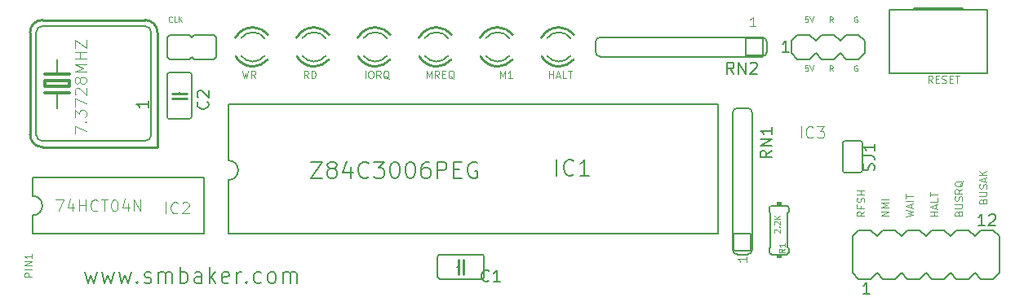
<source format=gbr>
G04 #@! TF.GenerationSoftware,KiCad,Pcbnew,5.1.2*
G04 #@! TF.CreationDate,2020-10-20T13:32:52+02:00*
G04 #@! TF.ProjectId,eaa651fdd346d6544176813de3c28a36,65616136-3531-4666-9464-333436643635,rev?*
G04 #@! TF.SameCoordinates,Original*
G04 #@! TF.FileFunction,Legend,Top*
G04 #@! TF.FilePolarity,Positive*
%FSLAX46Y46*%
G04 Gerber Fmt 4.6, Leading zero omitted, Abs format (unit mm)*
G04 Created by KiCad (PCBNEW 5.1.2) date 2020-10-20 13:32:52*
%MOMM*%
%LPD*%
G04 APERTURE LIST*
%ADD10C,0.065024*%
%ADD11C,0.142240*%
%ADD12C,0.048768*%
%ADD13C,0.152400*%
%ADD14C,0.100000*%
%ADD15C,0.304800*%
%ADD16C,0.254000*%
%ADD17C,0.127000*%
%ADD18C,0.135128*%
%ADD19C,0.057912*%
%ADD20C,0.120650*%
%ADD21C,0.101600*%
%ADD22C,0.118872*%
G04 APERTURE END LIST*
D10*
X197119865Y-108325100D02*
X197156635Y-108214791D01*
X197193404Y-108178022D01*
X197266943Y-108141252D01*
X197377252Y-108141252D01*
X197450791Y-108178022D01*
X197487560Y-108214791D01*
X197524330Y-108288330D01*
X197524330Y-108582486D01*
X196752170Y-108582486D01*
X196752170Y-108325100D01*
X196788940Y-108251561D01*
X196825709Y-108214791D01*
X196899248Y-108178022D01*
X196972787Y-108178022D01*
X197046326Y-108214791D01*
X197083096Y-108251561D01*
X197119865Y-108325100D01*
X197119865Y-108582486D01*
X196752170Y-107810326D02*
X197377252Y-107810326D01*
X197450791Y-107773557D01*
X197487560Y-107736787D01*
X197524330Y-107663248D01*
X197524330Y-107516170D01*
X197487560Y-107442631D01*
X197450791Y-107405862D01*
X197377252Y-107369092D01*
X196752170Y-107369092D01*
X197487560Y-107038166D02*
X197524330Y-106927858D01*
X197524330Y-106744010D01*
X197487560Y-106670471D01*
X197450791Y-106633702D01*
X197377252Y-106596932D01*
X197303713Y-106596932D01*
X197230174Y-106633702D01*
X197193404Y-106670471D01*
X197156635Y-106744010D01*
X197119865Y-106891088D01*
X197083096Y-106964627D01*
X197046326Y-107001397D01*
X196972787Y-107038166D01*
X196899248Y-107038166D01*
X196825709Y-107001397D01*
X196788940Y-106964627D01*
X196752170Y-106891088D01*
X196752170Y-106707241D01*
X196788940Y-106596932D01*
X197303713Y-106302776D02*
X197303713Y-105935081D01*
X197524330Y-106376315D02*
X196752170Y-106118928D01*
X197524330Y-105861542D01*
X197524330Y-105604155D02*
X196752170Y-105604155D01*
X197524330Y-105162921D02*
X197083096Y-105493846D01*
X196752170Y-105162921D02*
X197193404Y-105604155D01*
X194579865Y-109595100D02*
X194616635Y-109484791D01*
X194653404Y-109448022D01*
X194726943Y-109411252D01*
X194837252Y-109411252D01*
X194910791Y-109448022D01*
X194947560Y-109484791D01*
X194984330Y-109558330D01*
X194984330Y-109852486D01*
X194212170Y-109852486D01*
X194212170Y-109595100D01*
X194248940Y-109521561D01*
X194285709Y-109484791D01*
X194359248Y-109448022D01*
X194432787Y-109448022D01*
X194506326Y-109484791D01*
X194543096Y-109521561D01*
X194579865Y-109595100D01*
X194579865Y-109852486D01*
X194212170Y-109080326D02*
X194837252Y-109080326D01*
X194910791Y-109043557D01*
X194947560Y-109006787D01*
X194984330Y-108933248D01*
X194984330Y-108786170D01*
X194947560Y-108712631D01*
X194910791Y-108675862D01*
X194837252Y-108639092D01*
X194212170Y-108639092D01*
X194947560Y-108308166D02*
X194984330Y-108197858D01*
X194984330Y-108014010D01*
X194947560Y-107940471D01*
X194910791Y-107903702D01*
X194837252Y-107866932D01*
X194763713Y-107866932D01*
X194690174Y-107903702D01*
X194653404Y-107940471D01*
X194616635Y-108014010D01*
X194579865Y-108161088D01*
X194543096Y-108234627D01*
X194506326Y-108271397D01*
X194432787Y-108308166D01*
X194359248Y-108308166D01*
X194285709Y-108271397D01*
X194248940Y-108234627D01*
X194212170Y-108161088D01*
X194212170Y-107977241D01*
X194248940Y-107866932D01*
X194984330Y-107094772D02*
X194616635Y-107352159D01*
X194984330Y-107536006D02*
X194212170Y-107536006D01*
X194212170Y-107241850D01*
X194248940Y-107168311D01*
X194285709Y-107131542D01*
X194359248Y-107094772D01*
X194469557Y-107094772D01*
X194543096Y-107131542D01*
X194579865Y-107168311D01*
X194616635Y-107241850D01*
X194616635Y-107536006D01*
X195057869Y-106249073D02*
X195021100Y-106322612D01*
X194947560Y-106396151D01*
X194837252Y-106506460D01*
X194800482Y-106579999D01*
X194800482Y-106653538D01*
X194984330Y-106616768D02*
X194947560Y-106690307D01*
X194874021Y-106763846D01*
X194726943Y-106800616D01*
X194469557Y-106800616D01*
X194322479Y-106763846D01*
X194248940Y-106690307D01*
X194212170Y-106616768D01*
X194212170Y-106469690D01*
X194248940Y-106396151D01*
X194322479Y-106322612D01*
X194469557Y-106285842D01*
X194726943Y-106285842D01*
X194874021Y-106322612D01*
X194947560Y-106396151D01*
X194984330Y-106469690D01*
X194984330Y-106616768D01*
X191878447Y-96071830D02*
X191621060Y-95704135D01*
X191437213Y-96071830D02*
X191437213Y-95299670D01*
X191731369Y-95299670D01*
X191804908Y-95336440D01*
X191841677Y-95373209D01*
X191878447Y-95446748D01*
X191878447Y-95557057D01*
X191841677Y-95630596D01*
X191804908Y-95667365D01*
X191731369Y-95704135D01*
X191437213Y-95704135D01*
X192209373Y-95667365D02*
X192466759Y-95667365D01*
X192577068Y-96071830D02*
X192209373Y-96071830D01*
X192209373Y-95299670D01*
X192577068Y-95299670D01*
X192871224Y-96035060D02*
X192981533Y-96071830D01*
X193165380Y-96071830D01*
X193238919Y-96035060D01*
X193275689Y-95998291D01*
X193312458Y-95924752D01*
X193312458Y-95851213D01*
X193275689Y-95777674D01*
X193238919Y-95740904D01*
X193165380Y-95704135D01*
X193018302Y-95667365D01*
X192944763Y-95630596D01*
X192907994Y-95593826D01*
X192871224Y-95520287D01*
X192871224Y-95446748D01*
X192907994Y-95373209D01*
X192944763Y-95336440D01*
X193018302Y-95299670D01*
X193202150Y-95299670D01*
X193312458Y-95336440D01*
X193643384Y-95667365D02*
X193900771Y-95667365D01*
X194011079Y-96071830D02*
X193643384Y-96071830D01*
X193643384Y-95299670D01*
X194011079Y-95299670D01*
X194231697Y-95299670D02*
X194672931Y-95299670D01*
X194452314Y-96071830D02*
X194452314Y-95299670D01*
X192444330Y-109852486D02*
X191672170Y-109852486D01*
X192039865Y-109852486D02*
X192039865Y-109411252D01*
X192444330Y-109411252D02*
X191672170Y-109411252D01*
X192223713Y-109080326D02*
X192223713Y-108712631D01*
X192444330Y-109153865D02*
X191672170Y-108896479D01*
X192444330Y-108639092D01*
X192444330Y-108014010D02*
X192444330Y-108381705D01*
X191672170Y-108381705D01*
X191672170Y-107866932D02*
X191672170Y-107425698D01*
X192444330Y-107646315D02*
X191672170Y-107646315D01*
X189132170Y-109926025D02*
X189904330Y-109742178D01*
X189352787Y-109595100D01*
X189904330Y-109448022D01*
X189132170Y-109264174D01*
X189683713Y-109006787D02*
X189683713Y-108639092D01*
X189904330Y-109080326D02*
X189132170Y-108822940D01*
X189904330Y-108565553D01*
X189904330Y-108308166D02*
X189132170Y-108308166D01*
X189132170Y-108050780D02*
X189132170Y-107609545D01*
X189904330Y-107830162D02*
X189132170Y-107830162D01*
X98464330Y-116202486D02*
X97692170Y-116202486D01*
X97692170Y-115908330D01*
X97728940Y-115834791D01*
X97765709Y-115798022D01*
X97839248Y-115761252D01*
X97949557Y-115761252D01*
X98023096Y-115798022D01*
X98059865Y-115834791D01*
X98096635Y-115908330D01*
X98096635Y-116202486D01*
X98464330Y-115430326D02*
X97692170Y-115430326D01*
X98464330Y-115062631D02*
X97692170Y-115062631D01*
X98464330Y-114621397D01*
X97692170Y-114621397D01*
X98464330Y-113849237D02*
X98464330Y-114290471D01*
X98464330Y-114069854D02*
X97692170Y-114069854D01*
X97802479Y-114143393D01*
X97876018Y-114216932D01*
X97912787Y-114290471D01*
X187364330Y-109852486D02*
X186592170Y-109852486D01*
X187364330Y-109411252D01*
X186592170Y-109411252D01*
X187364330Y-109043557D02*
X186592170Y-109043557D01*
X187143713Y-108786170D01*
X186592170Y-108528783D01*
X187364330Y-108528783D01*
X187364330Y-108161088D02*
X186592170Y-108161088D01*
X184824330Y-109411252D02*
X184456635Y-109668639D01*
X184824330Y-109852486D02*
X184052170Y-109852486D01*
X184052170Y-109558330D01*
X184088940Y-109484791D01*
X184125709Y-109448022D01*
X184199248Y-109411252D01*
X184309557Y-109411252D01*
X184383096Y-109448022D01*
X184419865Y-109484791D01*
X184456635Y-109558330D01*
X184456635Y-109852486D01*
X184419865Y-108822940D02*
X184419865Y-109080326D01*
X184824330Y-109080326D02*
X184052170Y-109080326D01*
X184052170Y-108712631D01*
X184787560Y-108455244D02*
X184824330Y-108344936D01*
X184824330Y-108161088D01*
X184787560Y-108087549D01*
X184750791Y-108050780D01*
X184677252Y-108014010D01*
X184603713Y-108014010D01*
X184530174Y-108050780D01*
X184493404Y-108087549D01*
X184456635Y-108161088D01*
X184419865Y-108308166D01*
X184383096Y-108381705D01*
X184346326Y-108418475D01*
X184272787Y-108455244D01*
X184199248Y-108455244D01*
X184125709Y-108418475D01*
X184088940Y-108381705D01*
X184052170Y-108308166D01*
X184052170Y-108124319D01*
X184088940Y-108014010D01*
X184824330Y-107683084D02*
X184052170Y-107683084D01*
X184419865Y-107683084D02*
X184419865Y-107241850D01*
X184824330Y-107241850D02*
X184052170Y-107241850D01*
D11*
X103914856Y-115730100D02*
X104236589Y-116856166D01*
X104558322Y-116051833D01*
X104880056Y-116856166D01*
X105201789Y-115730100D01*
X105684389Y-115730100D02*
X106006122Y-116856166D01*
X106327856Y-116051833D01*
X106649589Y-116856166D01*
X106971322Y-115730100D01*
X107453922Y-115730100D02*
X107775656Y-116856166D01*
X108097389Y-116051833D01*
X108419122Y-116856166D01*
X108740856Y-115730100D01*
X109384322Y-116695300D02*
X109464756Y-116775733D01*
X109384322Y-116856166D01*
X109303889Y-116775733D01*
X109384322Y-116695300D01*
X109384322Y-116856166D01*
X110108222Y-116775733D02*
X110269089Y-116856166D01*
X110590822Y-116856166D01*
X110751689Y-116775733D01*
X110832122Y-116614866D01*
X110832122Y-116534433D01*
X110751689Y-116373566D01*
X110590822Y-116293133D01*
X110349522Y-116293133D01*
X110188656Y-116212700D01*
X110108222Y-116051833D01*
X110108222Y-115971400D01*
X110188656Y-115810533D01*
X110349522Y-115730100D01*
X110590822Y-115730100D01*
X110751689Y-115810533D01*
X111556022Y-116856166D02*
X111556022Y-115730100D01*
X111556022Y-115890966D02*
X111636456Y-115810533D01*
X111797322Y-115730100D01*
X112038622Y-115730100D01*
X112199489Y-115810533D01*
X112279922Y-115971400D01*
X112279922Y-116856166D01*
X112279922Y-115971400D02*
X112360356Y-115810533D01*
X112521222Y-115730100D01*
X112762522Y-115730100D01*
X112923389Y-115810533D01*
X113003822Y-115971400D01*
X113003822Y-116856166D01*
X113808156Y-116856166D02*
X113808156Y-115167066D01*
X113808156Y-115810533D02*
X113969022Y-115730100D01*
X114290756Y-115730100D01*
X114451622Y-115810533D01*
X114532056Y-115890966D01*
X114612489Y-116051833D01*
X114612489Y-116534433D01*
X114532056Y-116695300D01*
X114451622Y-116775733D01*
X114290756Y-116856166D01*
X113969022Y-116856166D01*
X113808156Y-116775733D01*
X116060289Y-116856166D02*
X116060289Y-115971400D01*
X115979856Y-115810533D01*
X115818989Y-115730100D01*
X115497256Y-115730100D01*
X115336389Y-115810533D01*
X116060289Y-116775733D02*
X115899422Y-116856166D01*
X115497256Y-116856166D01*
X115336389Y-116775733D01*
X115255956Y-116614866D01*
X115255956Y-116454000D01*
X115336389Y-116293133D01*
X115497256Y-116212700D01*
X115899422Y-116212700D01*
X116060289Y-116132266D01*
X116864622Y-116856166D02*
X116864622Y-115167066D01*
X117025489Y-116212700D02*
X117508089Y-116856166D01*
X117508089Y-115730100D02*
X116864622Y-116373566D01*
X118875456Y-116775733D02*
X118714589Y-116856166D01*
X118392856Y-116856166D01*
X118231989Y-116775733D01*
X118151556Y-116614866D01*
X118151556Y-115971400D01*
X118231989Y-115810533D01*
X118392856Y-115730100D01*
X118714589Y-115730100D01*
X118875456Y-115810533D01*
X118955889Y-115971400D01*
X118955889Y-116132266D01*
X118151556Y-116293133D01*
X119679789Y-116856166D02*
X119679789Y-115730100D01*
X119679789Y-116051833D02*
X119760222Y-115890966D01*
X119840656Y-115810533D01*
X120001522Y-115730100D01*
X120162389Y-115730100D01*
X120725422Y-116695300D02*
X120805856Y-116775733D01*
X120725422Y-116856166D01*
X120644989Y-116775733D01*
X120725422Y-116695300D01*
X120725422Y-116856166D01*
X122253656Y-116775733D02*
X122092789Y-116856166D01*
X121771056Y-116856166D01*
X121610189Y-116775733D01*
X121529756Y-116695300D01*
X121449322Y-116534433D01*
X121449322Y-116051833D01*
X121529756Y-115890966D01*
X121610189Y-115810533D01*
X121771056Y-115730100D01*
X122092789Y-115730100D01*
X122253656Y-115810533D01*
X123218856Y-116856166D02*
X123057989Y-116775733D01*
X122977556Y-116695300D01*
X122897122Y-116534433D01*
X122897122Y-116051833D01*
X122977556Y-115890966D01*
X123057989Y-115810533D01*
X123218856Y-115730100D01*
X123460156Y-115730100D01*
X123621022Y-115810533D01*
X123701456Y-115890966D01*
X123781889Y-116051833D01*
X123781889Y-116534433D01*
X123701456Y-116695300D01*
X123621022Y-116775733D01*
X123460156Y-116856166D01*
X123218856Y-116856166D01*
X124505789Y-116856166D02*
X124505789Y-115730100D01*
X124505789Y-115890966D02*
X124586222Y-115810533D01*
X124747089Y-115730100D01*
X124988389Y-115730100D01*
X125149256Y-115810533D01*
X125229689Y-115971400D01*
X125229689Y-116856166D01*
X125229689Y-115971400D02*
X125310122Y-115810533D01*
X125470989Y-115730100D01*
X125712289Y-115730100D01*
X125873156Y-115810533D01*
X125953589Y-115971400D01*
X125953589Y-116856166D01*
D12*
X181551610Y-94811022D02*
X181358570Y-94535251D01*
X181220684Y-94811022D02*
X181220684Y-94231902D01*
X181441302Y-94231902D01*
X181496456Y-94259480D01*
X181524033Y-94287057D01*
X181551610Y-94342211D01*
X181551610Y-94424942D01*
X181524033Y-94480097D01*
X181496456Y-94507674D01*
X181441302Y-94535251D01*
X181220684Y-94535251D01*
X184064033Y-94259480D02*
X184008879Y-94231902D01*
X183926147Y-94231902D01*
X183843416Y-94259480D01*
X183788262Y-94314634D01*
X183760684Y-94369788D01*
X183733107Y-94480097D01*
X183733107Y-94562828D01*
X183760684Y-94673137D01*
X183788262Y-94728291D01*
X183843416Y-94783445D01*
X183926147Y-94811022D01*
X183981302Y-94811022D01*
X184064033Y-94783445D01*
X184091610Y-94755868D01*
X184091610Y-94562828D01*
X183981302Y-94562828D01*
X178956456Y-94231902D02*
X178680684Y-94231902D01*
X178653107Y-94507674D01*
X178680684Y-94480097D01*
X178735839Y-94452520D01*
X178873724Y-94452520D01*
X178928879Y-94480097D01*
X178956456Y-94507674D01*
X178984033Y-94562828D01*
X178984033Y-94700714D01*
X178956456Y-94755868D01*
X178928879Y-94783445D01*
X178873724Y-94811022D01*
X178735839Y-94811022D01*
X178680684Y-94783445D01*
X178653107Y-94755868D01*
X179149496Y-94231902D02*
X179342536Y-94811022D01*
X179535576Y-94231902D01*
X112971610Y-89675868D02*
X112944033Y-89703445D01*
X112861302Y-89731022D01*
X112806147Y-89731022D01*
X112723416Y-89703445D01*
X112668262Y-89648291D01*
X112640684Y-89593137D01*
X112613107Y-89482828D01*
X112613107Y-89400097D01*
X112640684Y-89289788D01*
X112668262Y-89234634D01*
X112723416Y-89179480D01*
X112806147Y-89151902D01*
X112861302Y-89151902D01*
X112944033Y-89179480D01*
X112971610Y-89207057D01*
X113495576Y-89731022D02*
X113219804Y-89731022D01*
X113219804Y-89151902D01*
X113688616Y-89731022D02*
X113688616Y-89151902D01*
X114019542Y-89731022D02*
X113771347Y-89400097D01*
X114019542Y-89151902D02*
X113688616Y-89482828D01*
X178956456Y-89151902D02*
X178680684Y-89151902D01*
X178653107Y-89427674D01*
X178680684Y-89400097D01*
X178735839Y-89372520D01*
X178873724Y-89372520D01*
X178928879Y-89400097D01*
X178956456Y-89427674D01*
X178984033Y-89482828D01*
X178984033Y-89620714D01*
X178956456Y-89675868D01*
X178928879Y-89703445D01*
X178873724Y-89731022D01*
X178735839Y-89731022D01*
X178680684Y-89703445D01*
X178653107Y-89675868D01*
X179149496Y-89151902D02*
X179342536Y-89731022D01*
X179535576Y-89151902D01*
X181551610Y-89731022D02*
X181358570Y-89455251D01*
X181220684Y-89731022D02*
X181220684Y-89151902D01*
X181441302Y-89151902D01*
X181496456Y-89179480D01*
X181524033Y-89207057D01*
X181551610Y-89262211D01*
X181551610Y-89344942D01*
X181524033Y-89400097D01*
X181496456Y-89427674D01*
X181441302Y-89455251D01*
X181220684Y-89455251D01*
X184064033Y-89179480D02*
X184008879Y-89151902D01*
X183926147Y-89151902D01*
X183843416Y-89179480D01*
X183788262Y-89234634D01*
X183760684Y-89289788D01*
X183733107Y-89400097D01*
X183733107Y-89482828D01*
X183760684Y-89593137D01*
X183788262Y-89648291D01*
X183843416Y-89703445D01*
X183926147Y-89731022D01*
X183981302Y-89731022D01*
X184064033Y-89703445D01*
X184091610Y-89675868D01*
X184091610Y-89482828D01*
X183981302Y-89482828D01*
D10*
X120243674Y-94791670D02*
X120427521Y-95563830D01*
X120574599Y-95012287D01*
X120721677Y-95563830D01*
X120905525Y-94791670D01*
X121640916Y-95563830D02*
X121383529Y-95196135D01*
X121199681Y-95563830D02*
X121199681Y-94791670D01*
X121493837Y-94791670D01*
X121567377Y-94828440D01*
X121604146Y-94865209D01*
X121640916Y-94938748D01*
X121640916Y-95049057D01*
X121604146Y-95122596D01*
X121567377Y-95159365D01*
X121493837Y-95196135D01*
X121199681Y-95196135D01*
X127108447Y-95563830D02*
X126851060Y-95196135D01*
X126667213Y-95563830D02*
X126667213Y-94791670D01*
X126961369Y-94791670D01*
X127034908Y-94828440D01*
X127071677Y-94865209D01*
X127108447Y-94938748D01*
X127108447Y-95049057D01*
X127071677Y-95122596D01*
X127034908Y-95159365D01*
X126961369Y-95196135D01*
X126667213Y-95196135D01*
X127439373Y-95563830D02*
X127439373Y-94791670D01*
X127623220Y-94791670D01*
X127733529Y-94828440D01*
X127807068Y-94901979D01*
X127843837Y-94975518D01*
X127880607Y-95122596D01*
X127880607Y-95232904D01*
X127843837Y-95379982D01*
X127807068Y-95453521D01*
X127733529Y-95527060D01*
X127623220Y-95563830D01*
X127439373Y-95563830D01*
X133017213Y-95563830D02*
X133017213Y-94791670D01*
X133531986Y-94791670D02*
X133679064Y-94791670D01*
X133752603Y-94828440D01*
X133826142Y-94901979D01*
X133862912Y-95049057D01*
X133862912Y-95306443D01*
X133826142Y-95453521D01*
X133752603Y-95527060D01*
X133679064Y-95563830D01*
X133531986Y-95563830D01*
X133458447Y-95527060D01*
X133384908Y-95453521D01*
X133348138Y-95306443D01*
X133348138Y-95049057D01*
X133384908Y-94901979D01*
X133458447Y-94828440D01*
X133531986Y-94791670D01*
X134635072Y-95563830D02*
X134377685Y-95196135D01*
X134193837Y-95563830D02*
X134193837Y-94791670D01*
X134487994Y-94791670D01*
X134561533Y-94828440D01*
X134598302Y-94865209D01*
X134635072Y-94938748D01*
X134635072Y-95049057D01*
X134598302Y-95122596D01*
X134561533Y-95159365D01*
X134487994Y-95196135D01*
X134193837Y-95196135D01*
X135480771Y-95637369D02*
X135407232Y-95600600D01*
X135333693Y-95527060D01*
X135223384Y-95416752D01*
X135149845Y-95379982D01*
X135076306Y-95379982D01*
X135113076Y-95563830D02*
X135039537Y-95527060D01*
X134965997Y-95453521D01*
X134929228Y-95306443D01*
X134929228Y-95049057D01*
X134965997Y-94901979D01*
X135039537Y-94828440D01*
X135113076Y-94791670D01*
X135260154Y-94791670D01*
X135333693Y-94828440D01*
X135407232Y-94901979D01*
X135444001Y-95049057D01*
X135444001Y-95306443D01*
X135407232Y-95453521D01*
X135333693Y-95527060D01*
X135260154Y-95563830D01*
X135113076Y-95563830D01*
X139367213Y-95563830D02*
X139367213Y-94791670D01*
X139624599Y-95343213D01*
X139881986Y-94791670D01*
X139881986Y-95563830D01*
X140690916Y-95563830D02*
X140433529Y-95196135D01*
X140249681Y-95563830D02*
X140249681Y-94791670D01*
X140543837Y-94791670D01*
X140617377Y-94828440D01*
X140654146Y-94865209D01*
X140690916Y-94938748D01*
X140690916Y-95049057D01*
X140654146Y-95122596D01*
X140617377Y-95159365D01*
X140543837Y-95196135D01*
X140249681Y-95196135D01*
X141021841Y-95159365D02*
X141279228Y-95159365D01*
X141389537Y-95563830D02*
X141021841Y-95563830D01*
X141021841Y-94791670D01*
X141389537Y-94791670D01*
X142235236Y-95637369D02*
X142161697Y-95600600D01*
X142088157Y-95527060D01*
X141977849Y-95416752D01*
X141904310Y-95379982D01*
X141830771Y-95379982D01*
X141867540Y-95563830D02*
X141794001Y-95527060D01*
X141720462Y-95453521D01*
X141683693Y-95306443D01*
X141683693Y-95049057D01*
X141720462Y-94901979D01*
X141794001Y-94828440D01*
X141867540Y-94791670D01*
X142014618Y-94791670D01*
X142088157Y-94828440D01*
X142161697Y-94901979D01*
X142198466Y-95049057D01*
X142198466Y-95306443D01*
X142161697Y-95453521D01*
X142088157Y-95527060D01*
X142014618Y-95563830D01*
X141867540Y-95563830D01*
X146987213Y-95563830D02*
X146987213Y-94791670D01*
X147244599Y-95343213D01*
X147501986Y-94791670D01*
X147501986Y-95563830D01*
X148274146Y-95563830D02*
X147832912Y-95563830D01*
X148053529Y-95563830D02*
X148053529Y-94791670D01*
X147979990Y-94901979D01*
X147906451Y-94975518D01*
X147832912Y-95012287D01*
X152067213Y-95563830D02*
X152067213Y-94791670D01*
X152067213Y-95159365D02*
X152508447Y-95159365D01*
X152508447Y-95563830D02*
X152508447Y-94791670D01*
X152839373Y-95343213D02*
X153207068Y-95343213D01*
X152765834Y-95563830D02*
X153023220Y-94791670D01*
X153280607Y-95563830D01*
X153905689Y-95563830D02*
X153537994Y-95563830D01*
X153537994Y-94791670D01*
X154052767Y-94791670D02*
X154494001Y-94791670D01*
X154273384Y-95563830D02*
X154273384Y-94791670D01*
D13*
X118821100Y-106141600D02*
G75*
G03X118821100Y-104109600I0J1016000D01*
G01*
X118821100Y-111729600D02*
X118821100Y-106141600D01*
X118821100Y-98267600D02*
X118821100Y-104109600D01*
X169621100Y-98267600D02*
X169621100Y-111729600D01*
X118821100Y-111729600D02*
X169621100Y-111729600D01*
X169621100Y-98267600D02*
X118821100Y-98267600D01*
X196926100Y-116428600D02*
X196291100Y-115793600D01*
X198196100Y-116428600D02*
X196926100Y-116428600D01*
X198831100Y-115793600D02*
X198196100Y-116428600D01*
X193116100Y-116428600D02*
X191846100Y-116428600D01*
X191211100Y-115793600D02*
X191846100Y-116428600D01*
X194386100Y-116428600D02*
X193751100Y-115793600D01*
X195656100Y-116428600D02*
X194386100Y-116428600D01*
X196291100Y-115793600D02*
X195656100Y-116428600D01*
X193751100Y-115793600D02*
X193116100Y-116428600D01*
X189306100Y-116428600D02*
X188671100Y-115793600D01*
X190576100Y-116428600D02*
X189306100Y-116428600D01*
X191211100Y-115793600D02*
X190576100Y-116428600D01*
X185496100Y-116428600D02*
X184226100Y-116428600D01*
X183591100Y-115793600D02*
X184226100Y-116428600D01*
X183591100Y-111983600D02*
X183591100Y-115793600D01*
X186766100Y-116428600D02*
X186131100Y-115793600D01*
X188036100Y-116428600D02*
X186766100Y-116428600D01*
X188671100Y-115793600D02*
X188036100Y-116428600D01*
X186131100Y-115793600D02*
X185496100Y-116428600D01*
X198831100Y-111983600D02*
X198831100Y-115793600D01*
X198196100Y-111348600D02*
X198831100Y-111983600D01*
X196926100Y-111348600D02*
X198196100Y-111348600D01*
X196291100Y-111983600D02*
X196926100Y-111348600D01*
X191846100Y-111348600D02*
X191211100Y-111983600D01*
X195656100Y-111348600D02*
X196291100Y-111983600D01*
X194386100Y-111348600D02*
X195656100Y-111348600D01*
X193751100Y-111983600D02*
X194386100Y-111348600D01*
X193116100Y-111348600D02*
X193751100Y-111983600D01*
X191846100Y-111348600D02*
X193116100Y-111348600D01*
X190576100Y-111348600D02*
X191211100Y-111983600D01*
X189306100Y-111348600D02*
X190576100Y-111348600D01*
X188671100Y-111983600D02*
X189306100Y-111348600D01*
X184226100Y-111348600D02*
X183591100Y-111983600D01*
X188036100Y-111348600D02*
X188671100Y-111983600D01*
X186766100Y-111348600D02*
X188036100Y-111348600D01*
X186131100Y-111983600D02*
X186766100Y-111348600D01*
X185496100Y-111348600D02*
X186131100Y-111983600D01*
X184226100Y-111348600D02*
X185496100Y-111348600D01*
D14*
G36*
X176225100Y-114269600D02*
G01*
X176225100Y-113888600D01*
X175717100Y-113888600D01*
X175717100Y-114269600D01*
X176225100Y-114269600D01*
G37*
G36*
X176225100Y-108808600D02*
G01*
X176225100Y-108427600D01*
X175717100Y-108427600D01*
X175717100Y-108808600D01*
X176225100Y-108808600D01*
G37*
D13*
X176733100Y-108808600D02*
X175209100Y-108808600D01*
X176987100Y-109062600D02*
X176987100Y-109443600D01*
X174955100Y-109062600D02*
X174955100Y-109443600D01*
X176860100Y-109570600D02*
X176860100Y-113126600D01*
X176860100Y-109570600D02*
X176987100Y-109443600D01*
X175082100Y-109570600D02*
X175082100Y-113126600D01*
X175082100Y-109570600D02*
X174955100Y-109443600D01*
X176860100Y-113126600D02*
X176987100Y-113253600D01*
X176987100Y-113634600D02*
X176987100Y-113253600D01*
X175082100Y-113126600D02*
X174955100Y-113253600D01*
X174955100Y-113634600D02*
X174955100Y-113253600D01*
X176733100Y-113888600D02*
X175209100Y-113888600D01*
X175209100Y-108808600D02*
G75*
G03X174955100Y-109062600I0J-254000D01*
G01*
X176733100Y-108808600D02*
G75*
G02X176987100Y-109062600I0J-254000D01*
G01*
X176987100Y-113634600D02*
G75*
G02X176733100Y-113888600I-254000J0D01*
G01*
X174955100Y-113634600D02*
G75*
G03X175209100Y-113888600I254000J0D01*
G01*
D15*
X101041100Y-97048400D02*
X102311100Y-97048400D01*
D13*
X101041100Y-97048400D02*
X101041100Y-98648600D01*
D15*
X101041100Y-95168800D02*
X102311100Y-95168800D01*
D13*
X101041100Y-95168800D02*
X101041100Y-93568600D01*
D15*
X99771100Y-97048400D02*
X101041100Y-97048400D01*
X99771100Y-95168800D02*
X101041100Y-95168800D01*
X99771100Y-95803800D02*
X99771100Y-96438800D01*
X102311100Y-95803800D02*
X99771100Y-95803800D01*
X102311100Y-96438800D02*
X102311100Y-95803800D01*
X99771100Y-96438800D02*
X102311100Y-96438800D01*
D13*
X110820100Y-101442600D02*
G75*
G02X110185100Y-102077600I-635000J0D01*
G01*
D16*
X98247100Y-101442600D02*
G75*
G03X99517100Y-102712600I1270000J0D01*
G01*
D13*
X98882100Y-101442600D02*
G75*
G03X99517100Y-102077600I635000J0D01*
G01*
D16*
X99517100Y-89504600D02*
G75*
G03X98247100Y-90774600I0J-1270000D01*
G01*
D13*
X99517100Y-90139600D02*
G75*
G03X98882100Y-90774600I0J-635000D01*
G01*
X110185100Y-90139600D02*
G75*
G02X110820100Y-90774600I0J-635000D01*
G01*
D16*
X110185100Y-89504600D02*
G75*
G02X111455100Y-90774600I0J-1270000D01*
G01*
D13*
X99517100Y-102077600D02*
X110185100Y-102077600D01*
X98882100Y-90774600D02*
X98882100Y-101442600D01*
X110185100Y-90139600D02*
X99517100Y-90139600D01*
X110820100Y-101442600D02*
X110820100Y-90774600D01*
D16*
X111455100Y-102712600D02*
X99517100Y-102712600D01*
X98247100Y-90774600D02*
X98247100Y-101442600D01*
X110185100Y-89504600D02*
X99517100Y-89504600D01*
X111455100Y-102712600D02*
X111455100Y-90774600D01*
D13*
X143205100Y-115158600D02*
X143332100Y-115158600D01*
D16*
X143205100Y-115158600D02*
X143205100Y-114396600D01*
X143205100Y-115920600D02*
X143205100Y-115158600D01*
X142697100Y-115158600D02*
X142697100Y-114396600D01*
X142697100Y-115158600D02*
X142697100Y-115920600D01*
D13*
X142570100Y-115158600D02*
X142697100Y-115158600D01*
X145110100Y-113888600D02*
G75*
G02X145364100Y-114142600I0J-254000D01*
G01*
X140538100Y-114142600D02*
G75*
G02X140792100Y-113888600I254000J0D01*
G01*
X145110100Y-116428600D02*
G75*
G03X145364100Y-116174600I0J254000D01*
G01*
X140538100Y-116174600D02*
G75*
G03X140792100Y-116428600I254000J0D01*
G01*
X145364100Y-116174600D02*
X145364100Y-114142600D01*
X140538100Y-116174600D02*
X140538100Y-114142600D01*
X140792100Y-113888600D02*
X145110100Y-113888600D01*
X145110100Y-116428600D02*
X140792100Y-116428600D01*
X184607100Y-102331600D02*
X184607100Y-105125600D01*
X182829100Y-102077600D02*
X184353100Y-102077600D01*
X182829100Y-105379600D02*
X184353100Y-105379600D01*
X182829100Y-105379600D02*
G75*
G02X182575100Y-105125600I0J254000D01*
G01*
X182575100Y-102331600D02*
G75*
G02X182829100Y-102077600I254000J0D01*
G01*
X184607100Y-102331600D02*
G75*
G03X184353100Y-102077600I-254000J0D01*
G01*
X184353100Y-105379600D02*
G75*
G03X184607100Y-105125600I0J254000D01*
G01*
X182575100Y-105125600D02*
X182575100Y-102331600D01*
D17*
X189941100Y-88234600D02*
X189941100Y-88463200D01*
X195021100Y-88234600D02*
X189941100Y-88234600D01*
X195021100Y-88463200D02*
X195021100Y-88234600D01*
X195021100Y-88463200D02*
X197561100Y-88463200D01*
X189941100Y-88463200D02*
X195021100Y-88463200D01*
X187401100Y-88463200D02*
X189941100Y-88463200D01*
X187401100Y-95067200D02*
X187401100Y-88463200D01*
X197561100Y-95067200D02*
X187401100Y-95067200D01*
X197561100Y-88463200D02*
X197561100Y-95067200D01*
D13*
X184861100Y-91663600D02*
X184861100Y-92933600D01*
X182956100Y-93568600D02*
X182321100Y-92933600D01*
X184226100Y-93568600D02*
X182956100Y-93568600D01*
X184861100Y-92933600D02*
X184226100Y-93568600D01*
X184226100Y-91028600D02*
X184861100Y-91663600D01*
X182956100Y-91028600D02*
X184226100Y-91028600D01*
X182321100Y-91663600D02*
X182956100Y-91028600D01*
X179146100Y-93568600D02*
X177876100Y-93568600D01*
X177241100Y-92933600D02*
X177876100Y-93568600D01*
X177876100Y-91028600D02*
X177241100Y-91663600D01*
X177241100Y-91663600D02*
X177241100Y-92933600D01*
X180416100Y-93568600D02*
X179781100Y-92933600D01*
X181686100Y-93568600D02*
X180416100Y-93568600D01*
X182321100Y-92933600D02*
X181686100Y-93568600D01*
X181686100Y-91028600D02*
X182321100Y-91663600D01*
X180416100Y-91028600D02*
X181686100Y-91028600D01*
X179781100Y-91663600D02*
X180416100Y-91028600D01*
X179781100Y-92933600D02*
X179146100Y-93568600D01*
X179146100Y-91028600D02*
X179781100Y-91663600D01*
X177876100Y-91028600D02*
X179146100Y-91028600D01*
X171272100Y-113507600D02*
X173050100Y-113507600D01*
X171272100Y-111729600D02*
X171272100Y-113507600D01*
X173177100Y-113380600D02*
X173177100Y-99156600D01*
X171145100Y-113380600D02*
X171145100Y-99156600D01*
X171653100Y-98648600D02*
X172669100Y-98648600D01*
X173177099Y-113380599D02*
G75*
G02X172669100Y-113888600I-508000J-1D01*
G01*
X171653101Y-98648599D02*
G75*
G03X171145100Y-99156600I0J-508001D01*
G01*
X172669099Y-98648599D02*
G75*
G02X173177100Y-99156600I0J-508001D01*
G01*
X171145101Y-113380599D02*
G75*
G03X171653100Y-113888600I508000J-1D01*
G01*
X173050100Y-111729600D02*
X173050100Y-113507600D01*
X171272100Y-111729600D02*
X173050100Y-111729600D01*
X171653100Y-113888600D02*
X172669100Y-113888600D01*
X112471100Y-91282600D02*
X112471100Y-93314600D01*
X112471100Y-91282600D02*
X112725100Y-91028600D01*
X114757100Y-91028600D02*
X112725100Y-91028600D01*
X117297100Y-91028600D02*
X115265100Y-91028600D01*
X117297100Y-91028600D02*
X117551100Y-91282600D01*
X117551100Y-93314600D02*
X117551100Y-91282600D01*
X117297100Y-93568600D02*
X115265100Y-93568600D01*
X117297100Y-93568600D02*
X117551100Y-93314600D01*
X112471100Y-93314600D02*
X112725100Y-93568600D01*
X114757100Y-93568600D02*
X112725100Y-93568600D01*
X115011100Y-93314600D02*
X114757100Y-93568600D01*
X115011100Y-93314600D02*
X115265100Y-93568600D01*
X115011100Y-91282600D02*
X114757100Y-91028600D01*
X115011100Y-91282600D02*
X115265100Y-91028600D01*
X113741100Y-97632600D02*
X113741100Y-97759600D01*
D16*
X113741100Y-97632600D02*
X114503100Y-97632600D01*
X112979100Y-97632600D02*
X113741100Y-97632600D01*
X113741100Y-97124600D02*
X114503100Y-97124600D01*
X113741100Y-97124600D02*
X112979100Y-97124600D01*
D13*
X113741100Y-96997600D02*
X113741100Y-97124600D01*
X115011100Y-99537600D02*
G75*
G02X114757100Y-99791600I-254000J0D01*
G01*
X114757100Y-94965600D02*
G75*
G02X115011100Y-95219600I0J-254000D01*
G01*
X112471100Y-99537600D02*
G75*
G03X112725100Y-99791600I254000J0D01*
G01*
X112725100Y-94965600D02*
G75*
G03X112471100Y-95219600I0J-254000D01*
G01*
X112725100Y-99791600D02*
X114757100Y-99791600D01*
X112725100Y-94965600D02*
X114757100Y-94965600D01*
X115011100Y-95219600D02*
X115011100Y-99537600D01*
X112471100Y-99537600D02*
X112471100Y-95219600D01*
X98501100Y-109824600D02*
G75*
G03X98501100Y-107792600I0J1016000D01*
G01*
X98501100Y-111729600D02*
X98501100Y-109824600D01*
X98501100Y-105887600D02*
X98501100Y-107792600D01*
X116281100Y-105887600D02*
X116281100Y-111729600D01*
X98501100Y-111729600D02*
X116281100Y-111729600D01*
X116281100Y-105887600D02*
X98501100Y-105887600D01*
D16*
X121361100Y-94330600D02*
G75*
G02X119596800Y-93306800I-56J2032000D01*
G01*
X122912300Y-93611200D02*
G75*
G02X121361100Y-94330600I-1551163J1312600D01*
G01*
X121361100Y-90266600D02*
G75*
G03X119568200Y-91342400I60J-2032000D01*
G01*
X122922100Y-90997700D02*
G75*
G03X121361100Y-90266600I-1560988J-1300900D01*
G01*
D13*
X121361100Y-93822600D02*
G75*
G02X120158100Y-93234200I8J1524000D01*
G01*
X122564100Y-93234200D02*
G75*
G02X121361100Y-93822600I-1203008J935600D01*
G01*
X121361100Y-90774600D02*
G75*
G03X120141900Y-91384200I0J-1524000D01*
G01*
X122601200Y-91412799D02*
G75*
G03X121361100Y-90774600I-1240134J-885801D01*
G01*
D16*
X127711100Y-94330600D02*
G75*
G02X125946800Y-93306800I-56J2032000D01*
G01*
X129262300Y-93611200D02*
G75*
G02X127711100Y-94330600I-1551163J1312600D01*
G01*
X127711100Y-90266600D02*
G75*
G03X125918200Y-91342400I60J-2032000D01*
G01*
X129272100Y-90997700D02*
G75*
G03X127711100Y-90266600I-1560988J-1300900D01*
G01*
D13*
X127711100Y-93822600D02*
G75*
G02X126508100Y-93234200I8J1524000D01*
G01*
X128914100Y-93234200D02*
G75*
G02X127711100Y-93822600I-1203008J935600D01*
G01*
X127711100Y-90774600D02*
G75*
G03X126491900Y-91384200I0J-1524000D01*
G01*
X128951200Y-91412799D02*
G75*
G03X127711100Y-90774600I-1240134J-885801D01*
G01*
D16*
X134061100Y-94330600D02*
G75*
G02X132296800Y-93306800I-56J2032000D01*
G01*
X135612300Y-93611200D02*
G75*
G02X134061100Y-94330600I-1551163J1312600D01*
G01*
X134061100Y-90266600D02*
G75*
G03X132268200Y-91342400I60J-2032000D01*
G01*
X135622100Y-90997700D02*
G75*
G03X134061100Y-90266600I-1560988J-1300900D01*
G01*
D13*
X134061100Y-93822600D02*
G75*
G02X132858100Y-93234200I8J1524000D01*
G01*
X135264100Y-93234200D02*
G75*
G02X134061100Y-93822600I-1203008J935600D01*
G01*
X134061100Y-90774600D02*
G75*
G03X132841900Y-91384200I0J-1524000D01*
G01*
X135301200Y-91412799D02*
G75*
G03X134061100Y-90774600I-1240134J-885801D01*
G01*
D16*
X140411100Y-94330600D02*
G75*
G02X138646800Y-93306800I-56J2032000D01*
G01*
X141962300Y-93611200D02*
G75*
G02X140411100Y-94330600I-1551163J1312600D01*
G01*
X140411100Y-90266600D02*
G75*
G03X138618200Y-91342400I60J-2032000D01*
G01*
X141972100Y-90997700D02*
G75*
G03X140411100Y-90266600I-1560988J-1300900D01*
G01*
D13*
X140411100Y-93822600D02*
G75*
G02X139208100Y-93234200I8J1524000D01*
G01*
X141614100Y-93234200D02*
G75*
G02X140411100Y-93822600I-1203008J935600D01*
G01*
X140411100Y-90774600D02*
G75*
G03X139191900Y-91384200I0J-1524000D01*
G01*
X141651200Y-91412799D02*
G75*
G03X140411100Y-90774600I-1240134J-885801D01*
G01*
D16*
X146761100Y-94330600D02*
G75*
G02X144996800Y-93306800I-56J2032000D01*
G01*
X148312300Y-93611200D02*
G75*
G02X146761100Y-94330600I-1551163J1312600D01*
G01*
X146761100Y-90266600D02*
G75*
G03X144968200Y-91342400I60J-2032000D01*
G01*
X148322100Y-90997700D02*
G75*
G03X146761100Y-90266600I-1560988J-1300900D01*
G01*
D13*
X146761100Y-93822600D02*
G75*
G02X145558100Y-93234200I8J1524000D01*
G01*
X147964100Y-93234200D02*
G75*
G02X146761100Y-93822600I-1203008J935600D01*
G01*
X146761100Y-90774600D02*
G75*
G03X145541900Y-91384200I0J-1524000D01*
G01*
X148001200Y-91412799D02*
G75*
G03X146761100Y-90774600I-1240134J-885801D01*
G01*
D16*
X153111100Y-94330600D02*
G75*
G02X151346800Y-93306800I-56J2032000D01*
G01*
X154662300Y-93611200D02*
G75*
G02X153111100Y-94330600I-1551163J1312600D01*
G01*
X153111100Y-90266600D02*
G75*
G03X151318200Y-91342400I60J-2032000D01*
G01*
X154672100Y-90997700D02*
G75*
G03X153111100Y-90266600I-1560988J-1300900D01*
G01*
D13*
X153111100Y-93822600D02*
G75*
G02X151908100Y-93234200I8J1524000D01*
G01*
X154314100Y-93234200D02*
G75*
G02X153111100Y-93822600I-1203008J935600D01*
G01*
X153111100Y-90774600D02*
G75*
G03X151891900Y-91384200I0J-1524000D01*
G01*
X154351200Y-91412799D02*
G75*
G03X153111100Y-90774600I-1240134J-885801D01*
G01*
X174320100Y-93187600D02*
X174320100Y-91409600D01*
X172542100Y-93187600D02*
X174320100Y-93187600D01*
X174701100Y-92806600D02*
X174701100Y-91790600D01*
X156921100Y-91790600D02*
X156921100Y-92806600D01*
X174193099Y-91282601D02*
G75*
G02X174701100Y-91790600I1J-508000D01*
G01*
X156921099Y-92806599D02*
G75*
G03X157429100Y-93314600I508001J0D01*
G01*
X156921099Y-91790601D02*
G75*
G02X157429100Y-91282600I508001J0D01*
G01*
X174193099Y-93314599D02*
G75*
G03X174701100Y-92806600I1J508000D01*
G01*
X172542100Y-91409600D02*
X174320100Y-91409600D01*
X172542100Y-93187600D02*
X172542100Y-91409600D01*
X157429100Y-93314600D02*
X174193100Y-93314600D01*
X174193100Y-91282600D02*
X157429100Y-91282600D01*
D18*
X152889999Y-105680166D02*
X152889999Y-103991066D01*
X154659533Y-105519300D02*
X154579099Y-105599733D01*
X154337799Y-105680166D01*
X154176933Y-105680166D01*
X153935633Y-105599733D01*
X153774766Y-105438866D01*
X153694333Y-105278000D01*
X153613899Y-104956266D01*
X153613899Y-104714966D01*
X153694333Y-104393233D01*
X153774766Y-104232366D01*
X153935633Y-104071500D01*
X154176933Y-103991066D01*
X154337799Y-103991066D01*
X154579099Y-104071500D01*
X154659533Y-104151933D01*
X156268199Y-105680166D02*
X155302999Y-105680166D01*
X155785599Y-105680166D02*
X155785599Y-103991066D01*
X155624733Y-104232366D01*
X155463866Y-104393233D01*
X155302999Y-104473666D01*
X127405233Y-104245066D02*
X128531299Y-104245066D01*
X127405233Y-105934166D01*
X128531299Y-105934166D01*
X129416066Y-104968966D02*
X129255199Y-104888533D01*
X129174766Y-104808100D01*
X129094333Y-104647233D01*
X129094333Y-104566800D01*
X129174766Y-104405933D01*
X129255199Y-104325500D01*
X129416066Y-104245066D01*
X129737799Y-104245066D01*
X129898666Y-104325500D01*
X129979099Y-104405933D01*
X130059533Y-104566800D01*
X130059533Y-104647233D01*
X129979099Y-104808100D01*
X129898666Y-104888533D01*
X129737799Y-104968966D01*
X129416066Y-104968966D01*
X129255199Y-105049400D01*
X129174766Y-105129833D01*
X129094333Y-105290700D01*
X129094333Y-105612433D01*
X129174766Y-105773300D01*
X129255199Y-105853733D01*
X129416066Y-105934166D01*
X129737799Y-105934166D01*
X129898666Y-105853733D01*
X129979099Y-105773300D01*
X130059533Y-105612433D01*
X130059533Y-105290700D01*
X129979099Y-105129833D01*
X129898666Y-105049400D01*
X129737799Y-104968966D01*
X131507333Y-104808100D02*
X131507333Y-105934166D01*
X131105166Y-104164633D02*
X130702999Y-105371133D01*
X131748633Y-105371133D01*
X133357299Y-105773300D02*
X133276866Y-105853733D01*
X133035566Y-105934166D01*
X132874699Y-105934166D01*
X132633399Y-105853733D01*
X132472533Y-105692866D01*
X132392099Y-105532000D01*
X132311666Y-105210266D01*
X132311666Y-104968966D01*
X132392099Y-104647233D01*
X132472533Y-104486366D01*
X132633399Y-104325500D01*
X132874699Y-104245066D01*
X133035566Y-104245066D01*
X133276866Y-104325500D01*
X133357299Y-104405933D01*
X133920333Y-104245066D02*
X134965966Y-104245066D01*
X134402933Y-104888533D01*
X134644233Y-104888533D01*
X134805099Y-104968966D01*
X134885533Y-105049400D01*
X134965966Y-105210266D01*
X134965966Y-105612433D01*
X134885533Y-105773300D01*
X134805099Y-105853733D01*
X134644233Y-105934166D01*
X134161633Y-105934166D01*
X134000766Y-105853733D01*
X133920333Y-105773300D01*
X136011599Y-104245066D02*
X136172466Y-104245066D01*
X136333333Y-104325500D01*
X136413766Y-104405933D01*
X136494199Y-104566800D01*
X136574633Y-104888533D01*
X136574633Y-105290700D01*
X136494199Y-105612433D01*
X136413766Y-105773300D01*
X136333333Y-105853733D01*
X136172466Y-105934166D01*
X136011599Y-105934166D01*
X135850733Y-105853733D01*
X135770299Y-105773300D01*
X135689866Y-105612433D01*
X135609433Y-105290700D01*
X135609433Y-104888533D01*
X135689866Y-104566800D01*
X135770299Y-104405933D01*
X135850733Y-104325500D01*
X136011599Y-104245066D01*
X137620266Y-104245066D02*
X137781133Y-104245066D01*
X137941999Y-104325500D01*
X138022433Y-104405933D01*
X138102866Y-104566800D01*
X138183299Y-104888533D01*
X138183299Y-105290700D01*
X138102866Y-105612433D01*
X138022433Y-105773300D01*
X137941999Y-105853733D01*
X137781133Y-105934166D01*
X137620266Y-105934166D01*
X137459399Y-105853733D01*
X137378966Y-105773300D01*
X137298533Y-105612433D01*
X137218099Y-105290700D01*
X137218099Y-104888533D01*
X137298533Y-104566800D01*
X137378966Y-104405933D01*
X137459399Y-104325500D01*
X137620266Y-104245066D01*
X139631099Y-104245066D02*
X139309366Y-104245066D01*
X139148499Y-104325500D01*
X139068066Y-104405933D01*
X138907199Y-104647233D01*
X138826766Y-104968966D01*
X138826766Y-105612433D01*
X138907199Y-105773300D01*
X138987633Y-105853733D01*
X139148499Y-105934166D01*
X139470233Y-105934166D01*
X139631099Y-105853733D01*
X139711533Y-105773300D01*
X139791966Y-105612433D01*
X139791966Y-105210266D01*
X139711533Y-105049400D01*
X139631099Y-104968966D01*
X139470233Y-104888533D01*
X139148499Y-104888533D01*
X138987633Y-104968966D01*
X138907199Y-105049400D01*
X138826766Y-105210266D01*
X140515866Y-105934166D02*
X140515866Y-104245066D01*
X141159333Y-104245066D01*
X141320199Y-104325500D01*
X141400633Y-104405933D01*
X141481066Y-104566800D01*
X141481066Y-104808100D01*
X141400633Y-104968966D01*
X141320199Y-105049400D01*
X141159333Y-105129833D01*
X140515866Y-105129833D01*
X142204966Y-105049400D02*
X142767999Y-105049400D01*
X143009299Y-105934166D02*
X142204966Y-105934166D01*
X142204966Y-104245066D01*
X143009299Y-104245066D01*
X144617966Y-104325500D02*
X144457099Y-104245066D01*
X144215799Y-104245066D01*
X143974499Y-104325500D01*
X143813633Y-104486366D01*
X143733199Y-104647233D01*
X143652766Y-104968966D01*
X143652766Y-105210266D01*
X143733199Y-105532000D01*
X143813633Y-105692866D01*
X143974499Y-105853733D01*
X144215799Y-105934166D01*
X144376666Y-105934166D01*
X144617966Y-105853733D01*
X144698399Y-105773300D01*
X144698399Y-105210266D01*
X144376666Y-105210266D01*
D17*
X197292888Y-110910147D02*
X196603459Y-110910147D01*
X196948173Y-110910147D02*
X196948173Y-109703647D01*
X196833269Y-109876004D01*
X196718364Y-109990909D01*
X196603459Y-110048361D01*
X197752507Y-109818552D02*
X197809959Y-109761100D01*
X197924864Y-109703647D01*
X198212126Y-109703647D01*
X198327030Y-109761100D01*
X198384483Y-109818552D01*
X198441935Y-109933457D01*
X198441935Y-110048361D01*
X198384483Y-110220719D01*
X197695054Y-110910147D01*
X198441935Y-110910147D01*
X185354888Y-118022147D02*
X184665459Y-118022147D01*
X185010173Y-118022147D02*
X185010173Y-116815647D01*
X184895269Y-116988004D01*
X184780364Y-117102909D01*
X184665459Y-117160361D01*
D19*
X176548042Y-113318094D02*
X176272271Y-113511134D01*
X176548042Y-113649019D02*
X175968922Y-113649019D01*
X175968922Y-113428402D01*
X175996500Y-113373248D01*
X176024077Y-113345671D01*
X176079231Y-113318094D01*
X176161962Y-113318094D01*
X176217117Y-113345671D01*
X176244694Y-113373248D01*
X176272271Y-113428402D01*
X176272271Y-113649019D01*
X176548042Y-112766551D02*
X176548042Y-113097477D01*
X176548042Y-112932014D02*
X175968922Y-112932014D01*
X176051654Y-112987168D01*
X176106808Y-113042322D01*
X176134385Y-113097477D01*
X175516077Y-111608311D02*
X175488500Y-111580734D01*
X175460922Y-111525579D01*
X175460922Y-111387694D01*
X175488500Y-111332539D01*
X175516077Y-111304962D01*
X175571231Y-111277385D01*
X175626385Y-111277385D01*
X175709117Y-111304962D01*
X176040042Y-111635888D01*
X176040042Y-111277385D01*
X175984888Y-111029191D02*
X176012465Y-111001614D01*
X176040042Y-111029191D01*
X176012465Y-111056768D01*
X175984888Y-111029191D01*
X176040042Y-111029191D01*
X175516077Y-110780997D02*
X175488500Y-110753419D01*
X175460922Y-110698265D01*
X175460922Y-110560379D01*
X175488500Y-110505225D01*
X175516077Y-110477648D01*
X175571231Y-110450071D01*
X175626385Y-110450071D01*
X175709117Y-110477648D01*
X176040042Y-110808574D01*
X176040042Y-110450071D01*
X176040042Y-110201877D02*
X175460922Y-110201877D01*
X176040042Y-109870951D02*
X175709117Y-110119145D01*
X175460922Y-109870951D02*
X175791848Y-110201877D01*
D20*
X102876047Y-101349220D02*
X102876047Y-100544887D01*
X104082547Y-101061958D01*
X103967642Y-100085267D02*
X104025095Y-100027815D01*
X104082547Y-100085267D01*
X104025095Y-100142720D01*
X103967642Y-100085267D01*
X104082547Y-100085267D01*
X102876047Y-99625648D02*
X102876047Y-98878767D01*
X103335666Y-99280934D01*
X103335666Y-99108577D01*
X103393119Y-98993672D01*
X103450571Y-98936220D01*
X103565476Y-98878767D01*
X103852738Y-98878767D01*
X103967642Y-98936220D01*
X104025095Y-98993672D01*
X104082547Y-99108577D01*
X104082547Y-99453291D01*
X104025095Y-99568196D01*
X103967642Y-99625648D01*
X102876047Y-98476601D02*
X102876047Y-97672267D01*
X104082547Y-98189339D01*
X102990952Y-97270101D02*
X102933500Y-97212648D01*
X102876047Y-97097744D01*
X102876047Y-96810482D01*
X102933500Y-96695577D01*
X102990952Y-96638125D01*
X103105857Y-96580672D01*
X103220761Y-96580672D01*
X103393119Y-96638125D01*
X104082547Y-97327553D01*
X104082547Y-96580672D01*
X103393119Y-95891244D02*
X103335666Y-96006148D01*
X103278214Y-96063601D01*
X103163309Y-96121053D01*
X103105857Y-96121053D01*
X102990952Y-96063601D01*
X102933500Y-96006148D01*
X102876047Y-95891244D01*
X102876047Y-95661434D01*
X102933500Y-95546529D01*
X102990952Y-95489077D01*
X103105857Y-95431625D01*
X103163309Y-95431625D01*
X103278214Y-95489077D01*
X103335666Y-95546529D01*
X103393119Y-95661434D01*
X103393119Y-95891244D01*
X103450571Y-96006148D01*
X103508023Y-96063601D01*
X103622928Y-96121053D01*
X103852738Y-96121053D01*
X103967642Y-96063601D01*
X104025095Y-96006148D01*
X104082547Y-95891244D01*
X104082547Y-95661434D01*
X104025095Y-95546529D01*
X103967642Y-95489077D01*
X103852738Y-95431625D01*
X103622928Y-95431625D01*
X103508023Y-95489077D01*
X103450571Y-95546529D01*
X103393119Y-95661434D01*
X104082547Y-94914553D02*
X102876047Y-94914553D01*
X103737833Y-94512387D01*
X102876047Y-94110220D01*
X104082547Y-94110220D01*
X104082547Y-93535696D02*
X102876047Y-93535696D01*
X103450571Y-93535696D02*
X103450571Y-92846267D01*
X104082547Y-92846267D02*
X102876047Y-92846267D01*
X102876047Y-92386648D02*
X102876047Y-91582315D01*
X104082547Y-92386648D01*
X104082547Y-91582315D01*
D17*
X110508647Y-97900811D02*
X110508647Y-98590240D01*
X110508647Y-98245526D02*
X109302147Y-98245526D01*
X109474504Y-98360430D01*
X109589409Y-98475335D01*
X109646861Y-98590240D01*
X145858592Y-116604142D02*
X145801140Y-116661595D01*
X145628783Y-116719047D01*
X145513878Y-116719047D01*
X145341521Y-116661595D01*
X145226616Y-116546690D01*
X145169164Y-116431785D01*
X145111711Y-116201976D01*
X145111711Y-116029619D01*
X145169164Y-115799809D01*
X145226616Y-115684904D01*
X145341521Y-115570000D01*
X145513878Y-115512547D01*
X145628783Y-115512547D01*
X145801140Y-115570000D01*
X145858592Y-115627452D01*
X147007640Y-116719047D02*
X146318211Y-116719047D01*
X146662926Y-116719047D02*
X146662926Y-115512547D01*
X146548021Y-115684904D01*
X146433116Y-115799809D01*
X146318211Y-115857261D01*
D21*
X178229401Y-101766147D02*
X178229401Y-100559647D01*
X179493354Y-101651242D02*
X179435901Y-101708695D01*
X179263544Y-101766147D01*
X179148640Y-101766147D01*
X178976282Y-101708695D01*
X178861378Y-101593790D01*
X178803925Y-101478885D01*
X178746473Y-101249076D01*
X178746473Y-101076719D01*
X178803925Y-100846909D01*
X178861378Y-100732004D01*
X178976282Y-100617100D01*
X179148640Y-100559647D01*
X179263544Y-100559647D01*
X179435901Y-100617100D01*
X179493354Y-100674552D01*
X179895520Y-100559647D02*
X180642401Y-100559647D01*
X180240235Y-101019266D01*
X180412592Y-101019266D01*
X180527497Y-101076719D01*
X180584949Y-101134171D01*
X180642401Y-101249076D01*
X180642401Y-101536338D01*
X180584949Y-101651242D01*
X180527497Y-101708695D01*
X180412592Y-101766147D01*
X180067878Y-101766147D01*
X179952973Y-101708695D01*
X179895520Y-101651242D01*
D17*
X185825695Y-105147673D02*
X185883147Y-104975316D01*
X185883147Y-104688054D01*
X185825695Y-104573150D01*
X185768242Y-104515697D01*
X185653338Y-104458245D01*
X185538433Y-104458245D01*
X185423528Y-104515697D01*
X185366076Y-104573150D01*
X185308623Y-104688054D01*
X185251171Y-104917864D01*
X185193719Y-105032769D01*
X185136266Y-105090221D01*
X185021361Y-105147673D01*
X184906457Y-105147673D01*
X184791552Y-105090221D01*
X184734100Y-105032769D01*
X184676647Y-104917864D01*
X184676647Y-104630602D01*
X184734100Y-104458245D01*
X184676647Y-103596459D02*
X185538433Y-103596459D01*
X185710790Y-103653911D01*
X185825695Y-103768816D01*
X185883147Y-103941173D01*
X185883147Y-104056078D01*
X185883147Y-102389959D02*
X185883147Y-103079388D01*
X185883147Y-102734673D02*
X184676647Y-102734673D01*
X184849004Y-102849578D01*
X184963909Y-102964483D01*
X185021361Y-103079388D01*
X176972888Y-92876147D02*
X176283459Y-92876147D01*
X176628173Y-92876147D02*
X176628173Y-91669647D01*
X176513269Y-91842004D01*
X176398364Y-91956909D01*
X176283459Y-92014361D01*
X175202547Y-103080759D02*
X174628023Y-103482926D01*
X175202547Y-103770188D02*
X173996047Y-103770188D01*
X173996047Y-103310569D01*
X174053500Y-103195664D01*
X174110952Y-103138211D01*
X174225857Y-103080759D01*
X174398214Y-103080759D01*
X174513119Y-103138211D01*
X174570571Y-103195664D01*
X174628023Y-103310569D01*
X174628023Y-103770188D01*
X175202547Y-102563688D02*
X173996047Y-102563688D01*
X175202547Y-101874259D01*
X173996047Y-101874259D01*
X175202547Y-100667759D02*
X175202547Y-101357188D01*
X175202547Y-101012473D02*
X173996047Y-101012473D01*
X174168404Y-101127378D01*
X174283309Y-101242283D01*
X174340761Y-101357188D01*
D22*
X172624287Y-114110327D02*
X172624287Y-114648081D01*
X172624287Y-114379204D02*
X171683217Y-114379204D01*
X171817655Y-114468830D01*
X171907281Y-114558456D01*
X171952094Y-114648081D01*
D17*
X116667642Y-98000759D02*
X116725095Y-98058211D01*
X116782547Y-98230569D01*
X116782547Y-98345473D01*
X116725095Y-98517830D01*
X116610190Y-98632735D01*
X116495285Y-98690188D01*
X116265476Y-98747640D01*
X116093119Y-98747640D01*
X115863309Y-98690188D01*
X115748404Y-98632735D01*
X115633500Y-98517830D01*
X115576047Y-98345473D01*
X115576047Y-98230569D01*
X115633500Y-98058211D01*
X115690952Y-98000759D01*
X115690952Y-97541140D02*
X115633500Y-97483688D01*
X115576047Y-97368783D01*
X115576047Y-97081521D01*
X115633500Y-96966616D01*
X115690952Y-96909164D01*
X115805857Y-96851711D01*
X115920761Y-96851711D01*
X116093119Y-96909164D01*
X116782547Y-97598592D01*
X116782547Y-96851711D01*
D20*
X112328784Y-109640147D02*
X112328784Y-108433647D01*
X113592736Y-109525242D02*
X113535284Y-109582695D01*
X113362927Y-109640147D01*
X113248022Y-109640147D01*
X113075665Y-109582695D01*
X112960760Y-109467790D01*
X112903308Y-109352885D01*
X112845855Y-109123076D01*
X112845855Y-108950719D01*
X112903308Y-108720909D01*
X112960760Y-108606004D01*
X113075665Y-108491100D01*
X113248022Y-108433647D01*
X113362927Y-108433647D01*
X113535284Y-108491100D01*
X113592736Y-108548552D01*
X114052355Y-108548552D02*
X114109808Y-108491100D01*
X114224712Y-108433647D01*
X114511974Y-108433647D01*
X114626879Y-108491100D01*
X114684332Y-108548552D01*
X114741784Y-108663457D01*
X114741784Y-108778361D01*
X114684332Y-108950719D01*
X113994903Y-109640147D01*
X114741784Y-109640147D01*
X100910879Y-108179647D02*
X101715212Y-108179647D01*
X101198141Y-109386147D01*
X102691903Y-108581814D02*
X102691903Y-109386147D01*
X102404641Y-108122195D02*
X102117379Y-108983980D01*
X102864260Y-108983980D01*
X103323879Y-109386147D02*
X103323879Y-108179647D01*
X103323879Y-108754171D02*
X104013308Y-108754171D01*
X104013308Y-109386147D02*
X104013308Y-108179647D01*
X105277260Y-109271242D02*
X105219808Y-109328695D01*
X105047451Y-109386147D01*
X104932546Y-109386147D01*
X104760189Y-109328695D01*
X104645284Y-109213790D01*
X104587832Y-109098885D01*
X104530379Y-108869076D01*
X104530379Y-108696719D01*
X104587832Y-108466909D01*
X104645284Y-108352004D01*
X104760189Y-108237100D01*
X104932546Y-108179647D01*
X105047451Y-108179647D01*
X105219808Y-108237100D01*
X105277260Y-108294552D01*
X105621974Y-108179647D02*
X106311403Y-108179647D01*
X105966689Y-109386147D02*
X105966689Y-108179647D01*
X106943379Y-108179647D02*
X107058284Y-108179647D01*
X107173189Y-108237100D01*
X107230641Y-108294552D01*
X107288093Y-108409457D01*
X107345546Y-108639266D01*
X107345546Y-108926528D01*
X107288093Y-109156338D01*
X107230641Y-109271242D01*
X107173189Y-109328695D01*
X107058284Y-109386147D01*
X106943379Y-109386147D01*
X106828474Y-109328695D01*
X106771022Y-109271242D01*
X106713570Y-109156338D01*
X106656117Y-108926528D01*
X106656117Y-108639266D01*
X106713570Y-108409457D01*
X106771022Y-108294552D01*
X106828474Y-108237100D01*
X106943379Y-108179647D01*
X108379689Y-108581814D02*
X108379689Y-109386147D01*
X108092427Y-108122195D02*
X107805165Y-108983980D01*
X108552046Y-108983980D01*
X109011665Y-109386147D02*
X109011665Y-108179647D01*
X109701093Y-109386147D01*
X109701093Y-108179647D01*
D17*
X171264640Y-95129047D02*
X170862473Y-94554523D01*
X170575211Y-95129047D02*
X170575211Y-93922547D01*
X171034830Y-93922547D01*
X171149735Y-93980000D01*
X171207188Y-94037452D01*
X171264640Y-94152357D01*
X171264640Y-94324714D01*
X171207188Y-94439619D01*
X171149735Y-94497071D01*
X171034830Y-94554523D01*
X170575211Y-94554523D01*
X171781711Y-95129047D02*
X171781711Y-93922547D01*
X172471140Y-95129047D01*
X172471140Y-93922547D01*
X172988211Y-94037452D02*
X173045664Y-93980000D01*
X173160569Y-93922547D01*
X173447830Y-93922547D01*
X173562735Y-93980000D01*
X173620188Y-94037452D01*
X173677640Y-94152357D01*
X173677640Y-94267261D01*
X173620188Y-94439619D01*
X172930759Y-95129047D01*
X173677640Y-95129047D01*
D22*
X173514272Y-90125187D02*
X172976518Y-90125187D01*
X173245395Y-90125187D02*
X173245395Y-89184117D01*
X173155769Y-89318555D01*
X173066143Y-89408181D01*
X172976518Y-89452994D01*
M02*

</source>
